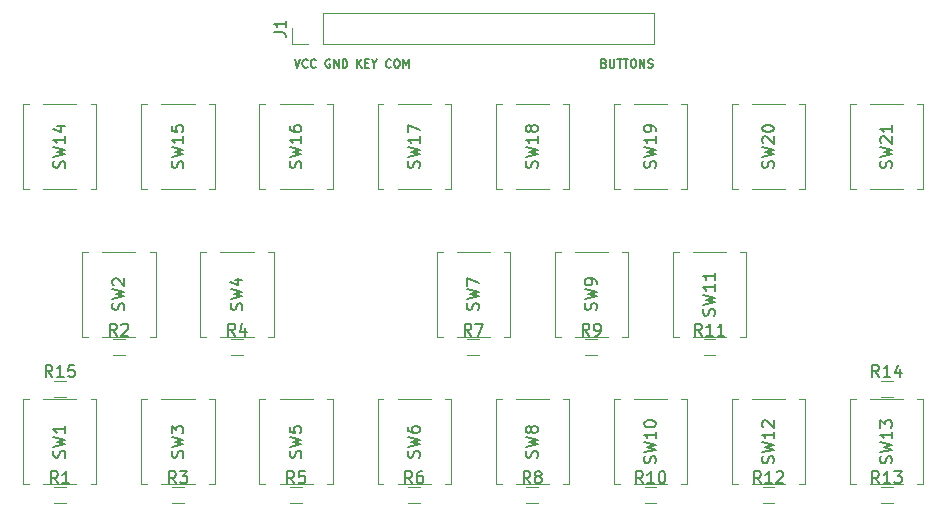
<source format=gbr>
G04 #@! TF.GenerationSoftware,KiCad,Pcbnew,(5.1.5-0-10_14)*
G04 #@! TF.CreationDate,2021-02-06T16:20:19+00:00*
G04 #@! TF.ProjectId,keyboard,6b657962-6f61-4726-942e-6b696361645f,rev?*
G04 #@! TF.SameCoordinates,Original*
G04 #@! TF.FileFunction,Legend,Top*
G04 #@! TF.FilePolarity,Positive*
%FSLAX46Y46*%
G04 Gerber Fmt 4.6, Leading zero omitted, Abs format (unit mm)*
G04 Created by KiCad (PCBNEW (5.1.5-0-10_14)) date 2021-02-06 16:20:19*
%MOMM*%
%LPD*%
G04 APERTURE LIST*
%ADD10C,0.150000*%
%ADD11C,0.120000*%
G04 APERTURE END LIST*
D10*
X163083333Y-84950000D02*
X163183333Y-84983333D01*
X163216666Y-85016666D01*
X163250000Y-85083333D01*
X163250000Y-85183333D01*
X163216666Y-85250000D01*
X163183333Y-85283333D01*
X163116666Y-85316666D01*
X162850000Y-85316666D01*
X162850000Y-84616666D01*
X163083333Y-84616666D01*
X163150000Y-84650000D01*
X163183333Y-84683333D01*
X163216666Y-84750000D01*
X163216666Y-84816666D01*
X163183333Y-84883333D01*
X163150000Y-84916666D01*
X163083333Y-84950000D01*
X162850000Y-84950000D01*
X163550000Y-84616666D02*
X163550000Y-85183333D01*
X163583333Y-85250000D01*
X163616666Y-85283333D01*
X163683333Y-85316666D01*
X163816666Y-85316666D01*
X163883333Y-85283333D01*
X163916666Y-85250000D01*
X163950000Y-85183333D01*
X163950000Y-84616666D01*
X164183333Y-84616666D02*
X164583333Y-84616666D01*
X164383333Y-85316666D02*
X164383333Y-84616666D01*
X164716666Y-84616666D02*
X165116666Y-84616666D01*
X164916666Y-85316666D02*
X164916666Y-84616666D01*
X165483333Y-84616666D02*
X165616666Y-84616666D01*
X165683333Y-84650000D01*
X165750000Y-84716666D01*
X165783333Y-84850000D01*
X165783333Y-85083333D01*
X165750000Y-85216666D01*
X165683333Y-85283333D01*
X165616666Y-85316666D01*
X165483333Y-85316666D01*
X165416666Y-85283333D01*
X165350000Y-85216666D01*
X165316666Y-85083333D01*
X165316666Y-84850000D01*
X165350000Y-84716666D01*
X165416666Y-84650000D01*
X165483333Y-84616666D01*
X166083333Y-85316666D02*
X166083333Y-84616666D01*
X166483333Y-85316666D01*
X166483333Y-84616666D01*
X166783333Y-85283333D02*
X166883333Y-85316666D01*
X167050000Y-85316666D01*
X167116666Y-85283333D01*
X167150000Y-85250000D01*
X167183333Y-85183333D01*
X167183333Y-85116666D01*
X167150000Y-85050000D01*
X167116666Y-85016666D01*
X167050000Y-84983333D01*
X166916666Y-84950000D01*
X166850000Y-84916666D01*
X166816666Y-84883333D01*
X166783333Y-84816666D01*
X166783333Y-84750000D01*
X166816666Y-84683333D01*
X166850000Y-84650000D01*
X166916666Y-84616666D01*
X167083333Y-84616666D01*
X167183333Y-84650000D01*
X136866666Y-84616666D02*
X137100000Y-85316666D01*
X137333333Y-84616666D01*
X137966666Y-85250000D02*
X137933333Y-85283333D01*
X137833333Y-85316666D01*
X137766666Y-85316666D01*
X137666666Y-85283333D01*
X137600000Y-85216666D01*
X137566666Y-85150000D01*
X137533333Y-85016666D01*
X137533333Y-84916666D01*
X137566666Y-84783333D01*
X137600000Y-84716666D01*
X137666666Y-84650000D01*
X137766666Y-84616666D01*
X137833333Y-84616666D01*
X137933333Y-84650000D01*
X137966666Y-84683333D01*
X138666666Y-85250000D02*
X138633333Y-85283333D01*
X138533333Y-85316666D01*
X138466666Y-85316666D01*
X138366666Y-85283333D01*
X138300000Y-85216666D01*
X138266666Y-85150000D01*
X138233333Y-85016666D01*
X138233333Y-84916666D01*
X138266666Y-84783333D01*
X138300000Y-84716666D01*
X138366666Y-84650000D01*
X138466666Y-84616666D01*
X138533333Y-84616666D01*
X138633333Y-84650000D01*
X138666666Y-84683333D01*
X139866666Y-84650000D02*
X139800000Y-84616666D01*
X139700000Y-84616666D01*
X139600000Y-84650000D01*
X139533333Y-84716666D01*
X139500000Y-84783333D01*
X139466666Y-84916666D01*
X139466666Y-85016666D01*
X139500000Y-85150000D01*
X139533333Y-85216666D01*
X139600000Y-85283333D01*
X139700000Y-85316666D01*
X139766666Y-85316666D01*
X139866666Y-85283333D01*
X139900000Y-85250000D01*
X139900000Y-85016666D01*
X139766666Y-85016666D01*
X140200000Y-85316666D02*
X140200000Y-84616666D01*
X140600000Y-85316666D01*
X140600000Y-84616666D01*
X140933333Y-85316666D02*
X140933333Y-84616666D01*
X141100000Y-84616666D01*
X141200000Y-84650000D01*
X141266666Y-84716666D01*
X141300000Y-84783333D01*
X141333333Y-84916666D01*
X141333333Y-85016666D01*
X141300000Y-85150000D01*
X141266666Y-85216666D01*
X141200000Y-85283333D01*
X141100000Y-85316666D01*
X140933333Y-85316666D01*
X142166666Y-85316666D02*
X142166666Y-84616666D01*
X142566666Y-85316666D02*
X142266666Y-84916666D01*
X142566666Y-84616666D02*
X142166666Y-85016666D01*
X142866666Y-84950000D02*
X143100000Y-84950000D01*
X143200000Y-85316666D02*
X142866666Y-85316666D01*
X142866666Y-84616666D01*
X143200000Y-84616666D01*
X143633333Y-84983333D02*
X143633333Y-85316666D01*
X143400000Y-84616666D02*
X143633333Y-84983333D01*
X143866666Y-84616666D01*
X145033333Y-85250000D02*
X145000000Y-85283333D01*
X144900000Y-85316666D01*
X144833333Y-85316666D01*
X144733333Y-85283333D01*
X144666666Y-85216666D01*
X144633333Y-85150000D01*
X144600000Y-85016666D01*
X144600000Y-84916666D01*
X144633333Y-84783333D01*
X144666666Y-84716666D01*
X144733333Y-84650000D01*
X144833333Y-84616666D01*
X144900000Y-84616666D01*
X145000000Y-84650000D01*
X145033333Y-84683333D01*
X145466666Y-84616666D02*
X145600000Y-84616666D01*
X145666666Y-84650000D01*
X145733333Y-84716666D01*
X145766666Y-84850000D01*
X145766666Y-85083333D01*
X145733333Y-85216666D01*
X145666666Y-85283333D01*
X145600000Y-85316666D01*
X145466666Y-85316666D01*
X145400000Y-85283333D01*
X145333333Y-85216666D01*
X145300000Y-85083333D01*
X145300000Y-84850000D01*
X145333333Y-84716666D01*
X145400000Y-84650000D01*
X145466666Y-84616666D01*
X146066666Y-85316666D02*
X146066666Y-84616666D01*
X146300000Y-85116666D01*
X146533333Y-84616666D01*
X146533333Y-85316666D01*
D11*
X136670000Y-83330000D02*
X136670000Y-82000000D01*
X138000000Y-83330000D02*
X136670000Y-83330000D01*
X139270000Y-83330000D02*
X139270000Y-80670000D01*
X139270000Y-80670000D02*
X167270000Y-80670000D01*
X139270000Y-83330000D02*
X167270000Y-83330000D01*
X167270000Y-83330000D02*
X167270000Y-80670000D01*
X188400000Y-113400000D02*
X185600000Y-113400000D01*
X190100000Y-113400000D02*
X189600000Y-113400000D01*
X190100000Y-120600000D02*
X190100000Y-113400000D01*
X189600000Y-120600000D02*
X190100000Y-120600000D01*
X185600000Y-120600000D02*
X188400000Y-120600000D01*
X183900000Y-113400000D02*
X184400000Y-113400000D01*
X183900000Y-120600000D02*
X183900000Y-113400000D01*
X184400000Y-120600000D02*
X183900000Y-120600000D01*
X174400000Y-120600000D02*
X173900000Y-120600000D01*
X173900000Y-120600000D02*
X173900000Y-113400000D01*
X173900000Y-113400000D02*
X174400000Y-113400000D01*
X175600000Y-120600000D02*
X178400000Y-120600000D01*
X179600000Y-120600000D02*
X180100000Y-120600000D01*
X180100000Y-120600000D02*
X180100000Y-113400000D01*
X180100000Y-113400000D02*
X179600000Y-113400000D01*
X178400000Y-113400000D02*
X175600000Y-113400000D01*
X169400000Y-108100000D02*
X168900000Y-108100000D01*
X168900000Y-108100000D02*
X168900000Y-100900000D01*
X168900000Y-100900000D02*
X169400000Y-100900000D01*
X170600000Y-108100000D02*
X173400000Y-108100000D01*
X174600000Y-108100000D02*
X175100000Y-108100000D01*
X175100000Y-108100000D02*
X175100000Y-100900000D01*
X175100000Y-100900000D02*
X174600000Y-100900000D01*
X173400000Y-100900000D02*
X170600000Y-100900000D01*
X168400000Y-113400000D02*
X165600000Y-113400000D01*
X170100000Y-113400000D02*
X169600000Y-113400000D01*
X170100000Y-120600000D02*
X170100000Y-113400000D01*
X169600000Y-120600000D02*
X170100000Y-120600000D01*
X165600000Y-120600000D02*
X168400000Y-120600000D01*
X163900000Y-113400000D02*
X164400000Y-113400000D01*
X163900000Y-120600000D02*
X163900000Y-113400000D01*
X164400000Y-120600000D02*
X163900000Y-120600000D01*
X159400000Y-108100000D02*
X158900000Y-108100000D01*
X158900000Y-108100000D02*
X158900000Y-100900000D01*
X158900000Y-100900000D02*
X159400000Y-100900000D01*
X160600000Y-108100000D02*
X163400000Y-108100000D01*
X164600000Y-108100000D02*
X165100000Y-108100000D01*
X165100000Y-108100000D02*
X165100000Y-100900000D01*
X165100000Y-100900000D02*
X164600000Y-100900000D01*
X163400000Y-100900000D02*
X160600000Y-100900000D01*
X158400000Y-113400000D02*
X155600000Y-113400000D01*
X160100000Y-113400000D02*
X159600000Y-113400000D01*
X160100000Y-120600000D02*
X160100000Y-113400000D01*
X159600000Y-120600000D02*
X160100000Y-120600000D01*
X155600000Y-120600000D02*
X158400000Y-120600000D01*
X153900000Y-113400000D02*
X154400000Y-113400000D01*
X153900000Y-120600000D02*
X153900000Y-113400000D01*
X154400000Y-120600000D02*
X153900000Y-120600000D01*
X149400000Y-108100000D02*
X148900000Y-108100000D01*
X148900000Y-108100000D02*
X148900000Y-100900000D01*
X148900000Y-100900000D02*
X149400000Y-100900000D01*
X150600000Y-108100000D02*
X153400000Y-108100000D01*
X154600000Y-108100000D02*
X155100000Y-108100000D01*
X155100000Y-108100000D02*
X155100000Y-100900000D01*
X155100000Y-100900000D02*
X154600000Y-100900000D01*
X153400000Y-100900000D02*
X150600000Y-100900000D01*
X148400000Y-113400000D02*
X145600000Y-113400000D01*
X150100000Y-113400000D02*
X149600000Y-113400000D01*
X150100000Y-120600000D02*
X150100000Y-113400000D01*
X149600000Y-120600000D02*
X150100000Y-120600000D01*
X145600000Y-120600000D02*
X148400000Y-120600000D01*
X143900000Y-113400000D02*
X144400000Y-113400000D01*
X143900000Y-120600000D02*
X143900000Y-113400000D01*
X144400000Y-120600000D02*
X143900000Y-120600000D01*
X134400000Y-120600000D02*
X133900000Y-120600000D01*
X133900000Y-120600000D02*
X133900000Y-113400000D01*
X133900000Y-113400000D02*
X134400000Y-113400000D01*
X135600000Y-120600000D02*
X138400000Y-120600000D01*
X139600000Y-120600000D02*
X140100000Y-120600000D01*
X140100000Y-120600000D02*
X140100000Y-113400000D01*
X140100000Y-113400000D02*
X139600000Y-113400000D01*
X138400000Y-113400000D02*
X135600000Y-113400000D01*
X133400000Y-100900000D02*
X130600000Y-100900000D01*
X135100000Y-100900000D02*
X134600000Y-100900000D01*
X135100000Y-108100000D02*
X135100000Y-100900000D01*
X134600000Y-108100000D02*
X135100000Y-108100000D01*
X130600000Y-108100000D02*
X133400000Y-108100000D01*
X128900000Y-100900000D02*
X129400000Y-100900000D01*
X128900000Y-108100000D02*
X128900000Y-100900000D01*
X129400000Y-108100000D02*
X128900000Y-108100000D01*
X124400000Y-120600000D02*
X123900000Y-120600000D01*
X123900000Y-120600000D02*
X123900000Y-113400000D01*
X123900000Y-113400000D02*
X124400000Y-113400000D01*
X125600000Y-120600000D02*
X128400000Y-120600000D01*
X129600000Y-120600000D02*
X130100000Y-120600000D01*
X130100000Y-120600000D02*
X130100000Y-113400000D01*
X130100000Y-113400000D02*
X129600000Y-113400000D01*
X128400000Y-113400000D02*
X125600000Y-113400000D01*
X123400000Y-100900000D02*
X120600000Y-100900000D01*
X125100000Y-100900000D02*
X124600000Y-100900000D01*
X125100000Y-108100000D02*
X125100000Y-100900000D01*
X124600000Y-108100000D02*
X125100000Y-108100000D01*
X120600000Y-108100000D02*
X123400000Y-108100000D01*
X118900000Y-100900000D02*
X119400000Y-100900000D01*
X118900000Y-108100000D02*
X118900000Y-100900000D01*
X119400000Y-108100000D02*
X118900000Y-108100000D01*
X114400000Y-120600000D02*
X113900000Y-120600000D01*
X113900000Y-120600000D02*
X113900000Y-113400000D01*
X113900000Y-113400000D02*
X114400000Y-113400000D01*
X115600000Y-120600000D02*
X118400000Y-120600000D01*
X119600000Y-120600000D02*
X120100000Y-120600000D01*
X120100000Y-120600000D02*
X120100000Y-113400000D01*
X120100000Y-113400000D02*
X119600000Y-113400000D01*
X118400000Y-113400000D02*
X115600000Y-113400000D01*
X114400000Y-95600000D02*
X113900000Y-95600000D01*
X113900000Y-95600000D02*
X113900000Y-88400000D01*
X113900000Y-88400000D02*
X114400000Y-88400000D01*
X115600000Y-95600000D02*
X118400000Y-95600000D01*
X119600000Y-95600000D02*
X120100000Y-95600000D01*
X120100000Y-95600000D02*
X120100000Y-88400000D01*
X120100000Y-88400000D02*
X119600000Y-88400000D01*
X118400000Y-88400000D02*
X115600000Y-88400000D01*
X128400000Y-88400000D02*
X125600000Y-88400000D01*
X130100000Y-88400000D02*
X129600000Y-88400000D01*
X130100000Y-95600000D02*
X130100000Y-88400000D01*
X129600000Y-95600000D02*
X130100000Y-95600000D01*
X125600000Y-95600000D02*
X128400000Y-95600000D01*
X123900000Y-88400000D02*
X124400000Y-88400000D01*
X123900000Y-95600000D02*
X123900000Y-88400000D01*
X124400000Y-95600000D02*
X123900000Y-95600000D01*
X134400000Y-95600000D02*
X133900000Y-95600000D01*
X133900000Y-95600000D02*
X133900000Y-88400000D01*
X133900000Y-88400000D02*
X134400000Y-88400000D01*
X135600000Y-95600000D02*
X138400000Y-95600000D01*
X139600000Y-95600000D02*
X140100000Y-95600000D01*
X140100000Y-95600000D02*
X140100000Y-88400000D01*
X140100000Y-88400000D02*
X139600000Y-88400000D01*
X138400000Y-88400000D02*
X135600000Y-88400000D01*
X148400000Y-88400000D02*
X145600000Y-88400000D01*
X150100000Y-88400000D02*
X149600000Y-88400000D01*
X150100000Y-95600000D02*
X150100000Y-88400000D01*
X149600000Y-95600000D02*
X150100000Y-95600000D01*
X145600000Y-95600000D02*
X148400000Y-95600000D01*
X143900000Y-88400000D02*
X144400000Y-88400000D01*
X143900000Y-95600000D02*
X143900000Y-88400000D01*
X144400000Y-95600000D02*
X143900000Y-95600000D01*
X154400000Y-95600000D02*
X153900000Y-95600000D01*
X153900000Y-95600000D02*
X153900000Y-88400000D01*
X153900000Y-88400000D02*
X154400000Y-88400000D01*
X155600000Y-95600000D02*
X158400000Y-95600000D01*
X159600000Y-95600000D02*
X160100000Y-95600000D01*
X160100000Y-95600000D02*
X160100000Y-88400000D01*
X160100000Y-88400000D02*
X159600000Y-88400000D01*
X158400000Y-88400000D02*
X155600000Y-88400000D01*
X168400000Y-88400000D02*
X165600000Y-88400000D01*
X170100000Y-88400000D02*
X169600000Y-88400000D01*
X170100000Y-95600000D02*
X170100000Y-88400000D01*
X169600000Y-95600000D02*
X170100000Y-95600000D01*
X165600000Y-95600000D02*
X168400000Y-95600000D01*
X163900000Y-88400000D02*
X164400000Y-88400000D01*
X163900000Y-95600000D02*
X163900000Y-88400000D01*
X164400000Y-95600000D02*
X163900000Y-95600000D01*
X174400000Y-95600000D02*
X173900000Y-95600000D01*
X173900000Y-95600000D02*
X173900000Y-88400000D01*
X173900000Y-88400000D02*
X174400000Y-88400000D01*
X175600000Y-95600000D02*
X178400000Y-95600000D01*
X179600000Y-95600000D02*
X180100000Y-95600000D01*
X180100000Y-95600000D02*
X180100000Y-88400000D01*
X180100000Y-88400000D02*
X179600000Y-88400000D01*
X178400000Y-88400000D02*
X175600000Y-88400000D01*
X188400000Y-88400000D02*
X185600000Y-88400000D01*
X190100000Y-88400000D02*
X189600000Y-88400000D01*
X190100000Y-95600000D02*
X190100000Y-88400000D01*
X189600000Y-95600000D02*
X190100000Y-95600000D01*
X185600000Y-95600000D02*
X188400000Y-95600000D01*
X183900000Y-88400000D02*
X184400000Y-88400000D01*
X183900000Y-95600000D02*
X183900000Y-88400000D01*
X184400000Y-95600000D02*
X183900000Y-95600000D01*
X116500000Y-120820000D02*
X117500000Y-120820000D01*
X117500000Y-122180000D02*
X116500000Y-122180000D01*
X121500000Y-108320000D02*
X122500000Y-108320000D01*
X122500000Y-109680000D02*
X121500000Y-109680000D01*
X127500000Y-122180000D02*
X126500000Y-122180000D01*
X126500000Y-120820000D02*
X127500000Y-120820000D01*
X131500000Y-108320000D02*
X132500000Y-108320000D01*
X132500000Y-109680000D02*
X131500000Y-109680000D01*
X137500000Y-122180000D02*
X136500000Y-122180000D01*
X136500000Y-120820000D02*
X137500000Y-120820000D01*
X146500000Y-120820000D02*
X147500000Y-120820000D01*
X147500000Y-122180000D02*
X146500000Y-122180000D01*
X152500000Y-109680000D02*
X151500000Y-109680000D01*
X151500000Y-108320000D02*
X152500000Y-108320000D01*
X156500000Y-120820000D02*
X157500000Y-120820000D01*
X157500000Y-122180000D02*
X156500000Y-122180000D01*
X162500000Y-109680000D02*
X161500000Y-109680000D01*
X161500000Y-108320000D02*
X162500000Y-108320000D01*
X166500000Y-120820000D02*
X167500000Y-120820000D01*
X167500000Y-122180000D02*
X166500000Y-122180000D01*
X172500000Y-109680000D02*
X171500000Y-109680000D01*
X171500000Y-108320000D02*
X172500000Y-108320000D01*
X176500000Y-120820000D02*
X177500000Y-120820000D01*
X177500000Y-122180000D02*
X176500000Y-122180000D01*
X187500000Y-122180000D02*
X186500000Y-122180000D01*
X186500000Y-120820000D02*
X187500000Y-120820000D01*
X186500000Y-111820000D02*
X187500000Y-111820000D01*
X187500000Y-113180000D02*
X186500000Y-113180000D01*
X117500000Y-113180000D02*
X116500000Y-113180000D01*
X116500000Y-111820000D02*
X117500000Y-111820000D01*
D10*
X135122380Y-82333333D02*
X135836666Y-82333333D01*
X135979523Y-82380952D01*
X136074761Y-82476190D01*
X136122380Y-82619047D01*
X136122380Y-82714285D01*
X136122380Y-81333333D02*
X136122380Y-81904761D01*
X136122380Y-81619047D02*
X135122380Y-81619047D01*
X135265238Y-81714285D01*
X135360476Y-81809523D01*
X135408095Y-81904761D01*
X187404761Y-118809523D02*
X187452380Y-118666666D01*
X187452380Y-118428571D01*
X187404761Y-118333333D01*
X187357142Y-118285714D01*
X187261904Y-118238095D01*
X187166666Y-118238095D01*
X187071428Y-118285714D01*
X187023809Y-118333333D01*
X186976190Y-118428571D01*
X186928571Y-118619047D01*
X186880952Y-118714285D01*
X186833333Y-118761904D01*
X186738095Y-118809523D01*
X186642857Y-118809523D01*
X186547619Y-118761904D01*
X186500000Y-118714285D01*
X186452380Y-118619047D01*
X186452380Y-118380952D01*
X186500000Y-118238095D01*
X186452380Y-117904761D02*
X187452380Y-117666666D01*
X186738095Y-117476190D01*
X187452380Y-117285714D01*
X186452380Y-117047619D01*
X187452380Y-116142857D02*
X187452380Y-116714285D01*
X187452380Y-116428571D02*
X186452380Y-116428571D01*
X186595238Y-116523809D01*
X186690476Y-116619047D01*
X186738095Y-116714285D01*
X186452380Y-115809523D02*
X186452380Y-115190476D01*
X186833333Y-115523809D01*
X186833333Y-115380952D01*
X186880952Y-115285714D01*
X186928571Y-115238095D01*
X187023809Y-115190476D01*
X187261904Y-115190476D01*
X187357142Y-115238095D01*
X187404761Y-115285714D01*
X187452380Y-115380952D01*
X187452380Y-115666666D01*
X187404761Y-115761904D01*
X187357142Y-115809523D01*
X177404761Y-118809523D02*
X177452380Y-118666666D01*
X177452380Y-118428571D01*
X177404761Y-118333333D01*
X177357142Y-118285714D01*
X177261904Y-118238095D01*
X177166666Y-118238095D01*
X177071428Y-118285714D01*
X177023809Y-118333333D01*
X176976190Y-118428571D01*
X176928571Y-118619047D01*
X176880952Y-118714285D01*
X176833333Y-118761904D01*
X176738095Y-118809523D01*
X176642857Y-118809523D01*
X176547619Y-118761904D01*
X176500000Y-118714285D01*
X176452380Y-118619047D01*
X176452380Y-118380952D01*
X176500000Y-118238095D01*
X176452380Y-117904761D02*
X177452380Y-117666666D01*
X176738095Y-117476190D01*
X177452380Y-117285714D01*
X176452380Y-117047619D01*
X177452380Y-116142857D02*
X177452380Y-116714285D01*
X177452380Y-116428571D02*
X176452380Y-116428571D01*
X176595238Y-116523809D01*
X176690476Y-116619047D01*
X176738095Y-116714285D01*
X176547619Y-115761904D02*
X176500000Y-115714285D01*
X176452380Y-115619047D01*
X176452380Y-115380952D01*
X176500000Y-115285714D01*
X176547619Y-115238095D01*
X176642857Y-115190476D01*
X176738095Y-115190476D01*
X176880952Y-115238095D01*
X177452380Y-115809523D01*
X177452380Y-115190476D01*
X172404761Y-106309523D02*
X172452380Y-106166666D01*
X172452380Y-105928571D01*
X172404761Y-105833333D01*
X172357142Y-105785714D01*
X172261904Y-105738095D01*
X172166666Y-105738095D01*
X172071428Y-105785714D01*
X172023809Y-105833333D01*
X171976190Y-105928571D01*
X171928571Y-106119047D01*
X171880952Y-106214285D01*
X171833333Y-106261904D01*
X171738095Y-106309523D01*
X171642857Y-106309523D01*
X171547619Y-106261904D01*
X171500000Y-106214285D01*
X171452380Y-106119047D01*
X171452380Y-105880952D01*
X171500000Y-105738095D01*
X171452380Y-105404761D02*
X172452380Y-105166666D01*
X171738095Y-104976190D01*
X172452380Y-104785714D01*
X171452380Y-104547619D01*
X172452380Y-103642857D02*
X172452380Y-104214285D01*
X172452380Y-103928571D02*
X171452380Y-103928571D01*
X171595238Y-104023809D01*
X171690476Y-104119047D01*
X171738095Y-104214285D01*
X172452380Y-102690476D02*
X172452380Y-103261904D01*
X172452380Y-102976190D02*
X171452380Y-102976190D01*
X171595238Y-103071428D01*
X171690476Y-103166666D01*
X171738095Y-103261904D01*
X167404761Y-118809523D02*
X167452380Y-118666666D01*
X167452380Y-118428571D01*
X167404761Y-118333333D01*
X167357142Y-118285714D01*
X167261904Y-118238095D01*
X167166666Y-118238095D01*
X167071428Y-118285714D01*
X167023809Y-118333333D01*
X166976190Y-118428571D01*
X166928571Y-118619047D01*
X166880952Y-118714285D01*
X166833333Y-118761904D01*
X166738095Y-118809523D01*
X166642857Y-118809523D01*
X166547619Y-118761904D01*
X166500000Y-118714285D01*
X166452380Y-118619047D01*
X166452380Y-118380952D01*
X166500000Y-118238095D01*
X166452380Y-117904761D02*
X167452380Y-117666666D01*
X166738095Y-117476190D01*
X167452380Y-117285714D01*
X166452380Y-117047619D01*
X167452380Y-116142857D02*
X167452380Y-116714285D01*
X167452380Y-116428571D02*
X166452380Y-116428571D01*
X166595238Y-116523809D01*
X166690476Y-116619047D01*
X166738095Y-116714285D01*
X166452380Y-115523809D02*
X166452380Y-115428571D01*
X166500000Y-115333333D01*
X166547619Y-115285714D01*
X166642857Y-115238095D01*
X166833333Y-115190476D01*
X167071428Y-115190476D01*
X167261904Y-115238095D01*
X167357142Y-115285714D01*
X167404761Y-115333333D01*
X167452380Y-115428571D01*
X167452380Y-115523809D01*
X167404761Y-115619047D01*
X167357142Y-115666666D01*
X167261904Y-115714285D01*
X167071428Y-115761904D01*
X166833333Y-115761904D01*
X166642857Y-115714285D01*
X166547619Y-115666666D01*
X166500000Y-115619047D01*
X166452380Y-115523809D01*
X162404761Y-105833333D02*
X162452380Y-105690476D01*
X162452380Y-105452380D01*
X162404761Y-105357142D01*
X162357142Y-105309523D01*
X162261904Y-105261904D01*
X162166666Y-105261904D01*
X162071428Y-105309523D01*
X162023809Y-105357142D01*
X161976190Y-105452380D01*
X161928571Y-105642857D01*
X161880952Y-105738095D01*
X161833333Y-105785714D01*
X161738095Y-105833333D01*
X161642857Y-105833333D01*
X161547619Y-105785714D01*
X161500000Y-105738095D01*
X161452380Y-105642857D01*
X161452380Y-105404761D01*
X161500000Y-105261904D01*
X161452380Y-104928571D02*
X162452380Y-104690476D01*
X161738095Y-104500000D01*
X162452380Y-104309523D01*
X161452380Y-104071428D01*
X162452380Y-103642857D02*
X162452380Y-103452380D01*
X162404761Y-103357142D01*
X162357142Y-103309523D01*
X162214285Y-103214285D01*
X162023809Y-103166666D01*
X161642857Y-103166666D01*
X161547619Y-103214285D01*
X161500000Y-103261904D01*
X161452380Y-103357142D01*
X161452380Y-103547619D01*
X161500000Y-103642857D01*
X161547619Y-103690476D01*
X161642857Y-103738095D01*
X161880952Y-103738095D01*
X161976190Y-103690476D01*
X162023809Y-103642857D01*
X162071428Y-103547619D01*
X162071428Y-103357142D01*
X162023809Y-103261904D01*
X161976190Y-103214285D01*
X161880952Y-103166666D01*
X157404761Y-118333333D02*
X157452380Y-118190476D01*
X157452380Y-117952380D01*
X157404761Y-117857142D01*
X157357142Y-117809523D01*
X157261904Y-117761904D01*
X157166666Y-117761904D01*
X157071428Y-117809523D01*
X157023809Y-117857142D01*
X156976190Y-117952380D01*
X156928571Y-118142857D01*
X156880952Y-118238095D01*
X156833333Y-118285714D01*
X156738095Y-118333333D01*
X156642857Y-118333333D01*
X156547619Y-118285714D01*
X156500000Y-118238095D01*
X156452380Y-118142857D01*
X156452380Y-117904761D01*
X156500000Y-117761904D01*
X156452380Y-117428571D02*
X157452380Y-117190476D01*
X156738095Y-117000000D01*
X157452380Y-116809523D01*
X156452380Y-116571428D01*
X156880952Y-116047619D02*
X156833333Y-116142857D01*
X156785714Y-116190476D01*
X156690476Y-116238095D01*
X156642857Y-116238095D01*
X156547619Y-116190476D01*
X156500000Y-116142857D01*
X156452380Y-116047619D01*
X156452380Y-115857142D01*
X156500000Y-115761904D01*
X156547619Y-115714285D01*
X156642857Y-115666666D01*
X156690476Y-115666666D01*
X156785714Y-115714285D01*
X156833333Y-115761904D01*
X156880952Y-115857142D01*
X156880952Y-116047619D01*
X156928571Y-116142857D01*
X156976190Y-116190476D01*
X157071428Y-116238095D01*
X157261904Y-116238095D01*
X157357142Y-116190476D01*
X157404761Y-116142857D01*
X157452380Y-116047619D01*
X157452380Y-115857142D01*
X157404761Y-115761904D01*
X157357142Y-115714285D01*
X157261904Y-115666666D01*
X157071428Y-115666666D01*
X156976190Y-115714285D01*
X156928571Y-115761904D01*
X156880952Y-115857142D01*
X152404761Y-105833333D02*
X152452380Y-105690476D01*
X152452380Y-105452380D01*
X152404761Y-105357142D01*
X152357142Y-105309523D01*
X152261904Y-105261904D01*
X152166666Y-105261904D01*
X152071428Y-105309523D01*
X152023809Y-105357142D01*
X151976190Y-105452380D01*
X151928571Y-105642857D01*
X151880952Y-105738095D01*
X151833333Y-105785714D01*
X151738095Y-105833333D01*
X151642857Y-105833333D01*
X151547619Y-105785714D01*
X151500000Y-105738095D01*
X151452380Y-105642857D01*
X151452380Y-105404761D01*
X151500000Y-105261904D01*
X151452380Y-104928571D02*
X152452380Y-104690476D01*
X151738095Y-104500000D01*
X152452380Y-104309523D01*
X151452380Y-104071428D01*
X151452380Y-103785714D02*
X151452380Y-103119047D01*
X152452380Y-103547619D01*
X147404761Y-118333333D02*
X147452380Y-118190476D01*
X147452380Y-117952380D01*
X147404761Y-117857142D01*
X147357142Y-117809523D01*
X147261904Y-117761904D01*
X147166666Y-117761904D01*
X147071428Y-117809523D01*
X147023809Y-117857142D01*
X146976190Y-117952380D01*
X146928571Y-118142857D01*
X146880952Y-118238095D01*
X146833333Y-118285714D01*
X146738095Y-118333333D01*
X146642857Y-118333333D01*
X146547619Y-118285714D01*
X146500000Y-118238095D01*
X146452380Y-118142857D01*
X146452380Y-117904761D01*
X146500000Y-117761904D01*
X146452380Y-117428571D02*
X147452380Y-117190476D01*
X146738095Y-117000000D01*
X147452380Y-116809523D01*
X146452380Y-116571428D01*
X146452380Y-115761904D02*
X146452380Y-115952380D01*
X146500000Y-116047619D01*
X146547619Y-116095238D01*
X146690476Y-116190476D01*
X146880952Y-116238095D01*
X147261904Y-116238095D01*
X147357142Y-116190476D01*
X147404761Y-116142857D01*
X147452380Y-116047619D01*
X147452380Y-115857142D01*
X147404761Y-115761904D01*
X147357142Y-115714285D01*
X147261904Y-115666666D01*
X147023809Y-115666666D01*
X146928571Y-115714285D01*
X146880952Y-115761904D01*
X146833333Y-115857142D01*
X146833333Y-116047619D01*
X146880952Y-116142857D01*
X146928571Y-116190476D01*
X147023809Y-116238095D01*
X137404761Y-118333333D02*
X137452380Y-118190476D01*
X137452380Y-117952380D01*
X137404761Y-117857142D01*
X137357142Y-117809523D01*
X137261904Y-117761904D01*
X137166666Y-117761904D01*
X137071428Y-117809523D01*
X137023809Y-117857142D01*
X136976190Y-117952380D01*
X136928571Y-118142857D01*
X136880952Y-118238095D01*
X136833333Y-118285714D01*
X136738095Y-118333333D01*
X136642857Y-118333333D01*
X136547619Y-118285714D01*
X136500000Y-118238095D01*
X136452380Y-118142857D01*
X136452380Y-117904761D01*
X136500000Y-117761904D01*
X136452380Y-117428571D02*
X137452380Y-117190476D01*
X136738095Y-117000000D01*
X137452380Y-116809523D01*
X136452380Y-116571428D01*
X136452380Y-115714285D02*
X136452380Y-116190476D01*
X136928571Y-116238095D01*
X136880952Y-116190476D01*
X136833333Y-116095238D01*
X136833333Y-115857142D01*
X136880952Y-115761904D01*
X136928571Y-115714285D01*
X137023809Y-115666666D01*
X137261904Y-115666666D01*
X137357142Y-115714285D01*
X137404761Y-115761904D01*
X137452380Y-115857142D01*
X137452380Y-116095238D01*
X137404761Y-116190476D01*
X137357142Y-116238095D01*
X132404761Y-105833333D02*
X132452380Y-105690476D01*
X132452380Y-105452380D01*
X132404761Y-105357142D01*
X132357142Y-105309523D01*
X132261904Y-105261904D01*
X132166666Y-105261904D01*
X132071428Y-105309523D01*
X132023809Y-105357142D01*
X131976190Y-105452380D01*
X131928571Y-105642857D01*
X131880952Y-105738095D01*
X131833333Y-105785714D01*
X131738095Y-105833333D01*
X131642857Y-105833333D01*
X131547619Y-105785714D01*
X131500000Y-105738095D01*
X131452380Y-105642857D01*
X131452380Y-105404761D01*
X131500000Y-105261904D01*
X131452380Y-104928571D02*
X132452380Y-104690476D01*
X131738095Y-104500000D01*
X132452380Y-104309523D01*
X131452380Y-104071428D01*
X131785714Y-103261904D02*
X132452380Y-103261904D01*
X131404761Y-103500000D02*
X132119047Y-103738095D01*
X132119047Y-103119047D01*
X127404761Y-118333333D02*
X127452380Y-118190476D01*
X127452380Y-117952380D01*
X127404761Y-117857142D01*
X127357142Y-117809523D01*
X127261904Y-117761904D01*
X127166666Y-117761904D01*
X127071428Y-117809523D01*
X127023809Y-117857142D01*
X126976190Y-117952380D01*
X126928571Y-118142857D01*
X126880952Y-118238095D01*
X126833333Y-118285714D01*
X126738095Y-118333333D01*
X126642857Y-118333333D01*
X126547619Y-118285714D01*
X126500000Y-118238095D01*
X126452380Y-118142857D01*
X126452380Y-117904761D01*
X126500000Y-117761904D01*
X126452380Y-117428571D02*
X127452380Y-117190476D01*
X126738095Y-117000000D01*
X127452380Y-116809523D01*
X126452380Y-116571428D01*
X126452380Y-116285714D02*
X126452380Y-115666666D01*
X126833333Y-116000000D01*
X126833333Y-115857142D01*
X126880952Y-115761904D01*
X126928571Y-115714285D01*
X127023809Y-115666666D01*
X127261904Y-115666666D01*
X127357142Y-115714285D01*
X127404761Y-115761904D01*
X127452380Y-115857142D01*
X127452380Y-116142857D01*
X127404761Y-116238095D01*
X127357142Y-116285714D01*
X122404761Y-105833333D02*
X122452380Y-105690476D01*
X122452380Y-105452380D01*
X122404761Y-105357142D01*
X122357142Y-105309523D01*
X122261904Y-105261904D01*
X122166666Y-105261904D01*
X122071428Y-105309523D01*
X122023809Y-105357142D01*
X121976190Y-105452380D01*
X121928571Y-105642857D01*
X121880952Y-105738095D01*
X121833333Y-105785714D01*
X121738095Y-105833333D01*
X121642857Y-105833333D01*
X121547619Y-105785714D01*
X121500000Y-105738095D01*
X121452380Y-105642857D01*
X121452380Y-105404761D01*
X121500000Y-105261904D01*
X121452380Y-104928571D02*
X122452380Y-104690476D01*
X121738095Y-104500000D01*
X122452380Y-104309523D01*
X121452380Y-104071428D01*
X121547619Y-103738095D02*
X121500000Y-103690476D01*
X121452380Y-103595238D01*
X121452380Y-103357142D01*
X121500000Y-103261904D01*
X121547619Y-103214285D01*
X121642857Y-103166666D01*
X121738095Y-103166666D01*
X121880952Y-103214285D01*
X122452380Y-103785714D01*
X122452380Y-103166666D01*
X117404761Y-118333333D02*
X117452380Y-118190476D01*
X117452380Y-117952380D01*
X117404761Y-117857142D01*
X117357142Y-117809523D01*
X117261904Y-117761904D01*
X117166666Y-117761904D01*
X117071428Y-117809523D01*
X117023809Y-117857142D01*
X116976190Y-117952380D01*
X116928571Y-118142857D01*
X116880952Y-118238095D01*
X116833333Y-118285714D01*
X116738095Y-118333333D01*
X116642857Y-118333333D01*
X116547619Y-118285714D01*
X116500000Y-118238095D01*
X116452380Y-118142857D01*
X116452380Y-117904761D01*
X116500000Y-117761904D01*
X116452380Y-117428571D02*
X117452380Y-117190476D01*
X116738095Y-117000000D01*
X117452380Y-116809523D01*
X116452380Y-116571428D01*
X117452380Y-115666666D02*
X117452380Y-116238095D01*
X117452380Y-115952380D02*
X116452380Y-115952380D01*
X116595238Y-116047619D01*
X116690476Y-116142857D01*
X116738095Y-116238095D01*
X117404761Y-93809523D02*
X117452380Y-93666666D01*
X117452380Y-93428571D01*
X117404761Y-93333333D01*
X117357142Y-93285714D01*
X117261904Y-93238095D01*
X117166666Y-93238095D01*
X117071428Y-93285714D01*
X117023809Y-93333333D01*
X116976190Y-93428571D01*
X116928571Y-93619047D01*
X116880952Y-93714285D01*
X116833333Y-93761904D01*
X116738095Y-93809523D01*
X116642857Y-93809523D01*
X116547619Y-93761904D01*
X116500000Y-93714285D01*
X116452380Y-93619047D01*
X116452380Y-93380952D01*
X116500000Y-93238095D01*
X116452380Y-92904761D02*
X117452380Y-92666666D01*
X116738095Y-92476190D01*
X117452380Y-92285714D01*
X116452380Y-92047619D01*
X117452380Y-91142857D02*
X117452380Y-91714285D01*
X117452380Y-91428571D02*
X116452380Y-91428571D01*
X116595238Y-91523809D01*
X116690476Y-91619047D01*
X116738095Y-91714285D01*
X116785714Y-90285714D02*
X117452380Y-90285714D01*
X116404761Y-90523809D02*
X117119047Y-90761904D01*
X117119047Y-90142857D01*
X127404761Y-93809523D02*
X127452380Y-93666666D01*
X127452380Y-93428571D01*
X127404761Y-93333333D01*
X127357142Y-93285714D01*
X127261904Y-93238095D01*
X127166666Y-93238095D01*
X127071428Y-93285714D01*
X127023809Y-93333333D01*
X126976190Y-93428571D01*
X126928571Y-93619047D01*
X126880952Y-93714285D01*
X126833333Y-93761904D01*
X126738095Y-93809523D01*
X126642857Y-93809523D01*
X126547619Y-93761904D01*
X126500000Y-93714285D01*
X126452380Y-93619047D01*
X126452380Y-93380952D01*
X126500000Y-93238095D01*
X126452380Y-92904761D02*
X127452380Y-92666666D01*
X126738095Y-92476190D01*
X127452380Y-92285714D01*
X126452380Y-92047619D01*
X127452380Y-91142857D02*
X127452380Y-91714285D01*
X127452380Y-91428571D02*
X126452380Y-91428571D01*
X126595238Y-91523809D01*
X126690476Y-91619047D01*
X126738095Y-91714285D01*
X126452380Y-90238095D02*
X126452380Y-90714285D01*
X126928571Y-90761904D01*
X126880952Y-90714285D01*
X126833333Y-90619047D01*
X126833333Y-90380952D01*
X126880952Y-90285714D01*
X126928571Y-90238095D01*
X127023809Y-90190476D01*
X127261904Y-90190476D01*
X127357142Y-90238095D01*
X127404761Y-90285714D01*
X127452380Y-90380952D01*
X127452380Y-90619047D01*
X127404761Y-90714285D01*
X127357142Y-90761904D01*
X137404761Y-93809523D02*
X137452380Y-93666666D01*
X137452380Y-93428571D01*
X137404761Y-93333333D01*
X137357142Y-93285714D01*
X137261904Y-93238095D01*
X137166666Y-93238095D01*
X137071428Y-93285714D01*
X137023809Y-93333333D01*
X136976190Y-93428571D01*
X136928571Y-93619047D01*
X136880952Y-93714285D01*
X136833333Y-93761904D01*
X136738095Y-93809523D01*
X136642857Y-93809523D01*
X136547619Y-93761904D01*
X136500000Y-93714285D01*
X136452380Y-93619047D01*
X136452380Y-93380952D01*
X136500000Y-93238095D01*
X136452380Y-92904761D02*
X137452380Y-92666666D01*
X136738095Y-92476190D01*
X137452380Y-92285714D01*
X136452380Y-92047619D01*
X137452380Y-91142857D02*
X137452380Y-91714285D01*
X137452380Y-91428571D02*
X136452380Y-91428571D01*
X136595238Y-91523809D01*
X136690476Y-91619047D01*
X136738095Y-91714285D01*
X136452380Y-90285714D02*
X136452380Y-90476190D01*
X136500000Y-90571428D01*
X136547619Y-90619047D01*
X136690476Y-90714285D01*
X136880952Y-90761904D01*
X137261904Y-90761904D01*
X137357142Y-90714285D01*
X137404761Y-90666666D01*
X137452380Y-90571428D01*
X137452380Y-90380952D01*
X137404761Y-90285714D01*
X137357142Y-90238095D01*
X137261904Y-90190476D01*
X137023809Y-90190476D01*
X136928571Y-90238095D01*
X136880952Y-90285714D01*
X136833333Y-90380952D01*
X136833333Y-90571428D01*
X136880952Y-90666666D01*
X136928571Y-90714285D01*
X137023809Y-90761904D01*
X147404761Y-93809523D02*
X147452380Y-93666666D01*
X147452380Y-93428571D01*
X147404761Y-93333333D01*
X147357142Y-93285714D01*
X147261904Y-93238095D01*
X147166666Y-93238095D01*
X147071428Y-93285714D01*
X147023809Y-93333333D01*
X146976190Y-93428571D01*
X146928571Y-93619047D01*
X146880952Y-93714285D01*
X146833333Y-93761904D01*
X146738095Y-93809523D01*
X146642857Y-93809523D01*
X146547619Y-93761904D01*
X146500000Y-93714285D01*
X146452380Y-93619047D01*
X146452380Y-93380952D01*
X146500000Y-93238095D01*
X146452380Y-92904761D02*
X147452380Y-92666666D01*
X146738095Y-92476190D01*
X147452380Y-92285714D01*
X146452380Y-92047619D01*
X147452380Y-91142857D02*
X147452380Y-91714285D01*
X147452380Y-91428571D02*
X146452380Y-91428571D01*
X146595238Y-91523809D01*
X146690476Y-91619047D01*
X146738095Y-91714285D01*
X146452380Y-90809523D02*
X146452380Y-90142857D01*
X147452380Y-90571428D01*
X157404761Y-93809523D02*
X157452380Y-93666666D01*
X157452380Y-93428571D01*
X157404761Y-93333333D01*
X157357142Y-93285714D01*
X157261904Y-93238095D01*
X157166666Y-93238095D01*
X157071428Y-93285714D01*
X157023809Y-93333333D01*
X156976190Y-93428571D01*
X156928571Y-93619047D01*
X156880952Y-93714285D01*
X156833333Y-93761904D01*
X156738095Y-93809523D01*
X156642857Y-93809523D01*
X156547619Y-93761904D01*
X156500000Y-93714285D01*
X156452380Y-93619047D01*
X156452380Y-93380952D01*
X156500000Y-93238095D01*
X156452380Y-92904761D02*
X157452380Y-92666666D01*
X156738095Y-92476190D01*
X157452380Y-92285714D01*
X156452380Y-92047619D01*
X157452380Y-91142857D02*
X157452380Y-91714285D01*
X157452380Y-91428571D02*
X156452380Y-91428571D01*
X156595238Y-91523809D01*
X156690476Y-91619047D01*
X156738095Y-91714285D01*
X156880952Y-90571428D02*
X156833333Y-90666666D01*
X156785714Y-90714285D01*
X156690476Y-90761904D01*
X156642857Y-90761904D01*
X156547619Y-90714285D01*
X156500000Y-90666666D01*
X156452380Y-90571428D01*
X156452380Y-90380952D01*
X156500000Y-90285714D01*
X156547619Y-90238095D01*
X156642857Y-90190476D01*
X156690476Y-90190476D01*
X156785714Y-90238095D01*
X156833333Y-90285714D01*
X156880952Y-90380952D01*
X156880952Y-90571428D01*
X156928571Y-90666666D01*
X156976190Y-90714285D01*
X157071428Y-90761904D01*
X157261904Y-90761904D01*
X157357142Y-90714285D01*
X157404761Y-90666666D01*
X157452380Y-90571428D01*
X157452380Y-90380952D01*
X157404761Y-90285714D01*
X157357142Y-90238095D01*
X157261904Y-90190476D01*
X157071428Y-90190476D01*
X156976190Y-90238095D01*
X156928571Y-90285714D01*
X156880952Y-90380952D01*
X167404761Y-93809523D02*
X167452380Y-93666666D01*
X167452380Y-93428571D01*
X167404761Y-93333333D01*
X167357142Y-93285714D01*
X167261904Y-93238095D01*
X167166666Y-93238095D01*
X167071428Y-93285714D01*
X167023809Y-93333333D01*
X166976190Y-93428571D01*
X166928571Y-93619047D01*
X166880952Y-93714285D01*
X166833333Y-93761904D01*
X166738095Y-93809523D01*
X166642857Y-93809523D01*
X166547619Y-93761904D01*
X166500000Y-93714285D01*
X166452380Y-93619047D01*
X166452380Y-93380952D01*
X166500000Y-93238095D01*
X166452380Y-92904761D02*
X167452380Y-92666666D01*
X166738095Y-92476190D01*
X167452380Y-92285714D01*
X166452380Y-92047619D01*
X167452380Y-91142857D02*
X167452380Y-91714285D01*
X167452380Y-91428571D02*
X166452380Y-91428571D01*
X166595238Y-91523809D01*
X166690476Y-91619047D01*
X166738095Y-91714285D01*
X167452380Y-90666666D02*
X167452380Y-90476190D01*
X167404761Y-90380952D01*
X167357142Y-90333333D01*
X167214285Y-90238095D01*
X167023809Y-90190476D01*
X166642857Y-90190476D01*
X166547619Y-90238095D01*
X166500000Y-90285714D01*
X166452380Y-90380952D01*
X166452380Y-90571428D01*
X166500000Y-90666666D01*
X166547619Y-90714285D01*
X166642857Y-90761904D01*
X166880952Y-90761904D01*
X166976190Y-90714285D01*
X167023809Y-90666666D01*
X167071428Y-90571428D01*
X167071428Y-90380952D01*
X167023809Y-90285714D01*
X166976190Y-90238095D01*
X166880952Y-90190476D01*
X177404761Y-93809523D02*
X177452380Y-93666666D01*
X177452380Y-93428571D01*
X177404761Y-93333333D01*
X177357142Y-93285714D01*
X177261904Y-93238095D01*
X177166666Y-93238095D01*
X177071428Y-93285714D01*
X177023809Y-93333333D01*
X176976190Y-93428571D01*
X176928571Y-93619047D01*
X176880952Y-93714285D01*
X176833333Y-93761904D01*
X176738095Y-93809523D01*
X176642857Y-93809523D01*
X176547619Y-93761904D01*
X176500000Y-93714285D01*
X176452380Y-93619047D01*
X176452380Y-93380952D01*
X176500000Y-93238095D01*
X176452380Y-92904761D02*
X177452380Y-92666666D01*
X176738095Y-92476190D01*
X177452380Y-92285714D01*
X176452380Y-92047619D01*
X176547619Y-91714285D02*
X176500000Y-91666666D01*
X176452380Y-91571428D01*
X176452380Y-91333333D01*
X176500000Y-91238095D01*
X176547619Y-91190476D01*
X176642857Y-91142857D01*
X176738095Y-91142857D01*
X176880952Y-91190476D01*
X177452380Y-91761904D01*
X177452380Y-91142857D01*
X176452380Y-90523809D02*
X176452380Y-90428571D01*
X176500000Y-90333333D01*
X176547619Y-90285714D01*
X176642857Y-90238095D01*
X176833333Y-90190476D01*
X177071428Y-90190476D01*
X177261904Y-90238095D01*
X177357142Y-90285714D01*
X177404761Y-90333333D01*
X177452380Y-90428571D01*
X177452380Y-90523809D01*
X177404761Y-90619047D01*
X177357142Y-90666666D01*
X177261904Y-90714285D01*
X177071428Y-90761904D01*
X176833333Y-90761904D01*
X176642857Y-90714285D01*
X176547619Y-90666666D01*
X176500000Y-90619047D01*
X176452380Y-90523809D01*
X187404761Y-93809523D02*
X187452380Y-93666666D01*
X187452380Y-93428571D01*
X187404761Y-93333333D01*
X187357142Y-93285714D01*
X187261904Y-93238095D01*
X187166666Y-93238095D01*
X187071428Y-93285714D01*
X187023809Y-93333333D01*
X186976190Y-93428571D01*
X186928571Y-93619047D01*
X186880952Y-93714285D01*
X186833333Y-93761904D01*
X186738095Y-93809523D01*
X186642857Y-93809523D01*
X186547619Y-93761904D01*
X186500000Y-93714285D01*
X186452380Y-93619047D01*
X186452380Y-93380952D01*
X186500000Y-93238095D01*
X186452380Y-92904761D02*
X187452380Y-92666666D01*
X186738095Y-92476190D01*
X187452380Y-92285714D01*
X186452380Y-92047619D01*
X186547619Y-91714285D02*
X186500000Y-91666666D01*
X186452380Y-91571428D01*
X186452380Y-91333333D01*
X186500000Y-91238095D01*
X186547619Y-91190476D01*
X186642857Y-91142857D01*
X186738095Y-91142857D01*
X186880952Y-91190476D01*
X187452380Y-91761904D01*
X187452380Y-91142857D01*
X187452380Y-90190476D02*
X187452380Y-90761904D01*
X187452380Y-90476190D02*
X186452380Y-90476190D01*
X186595238Y-90571428D01*
X186690476Y-90666666D01*
X186738095Y-90761904D01*
X116833333Y-120502380D02*
X116500000Y-120026190D01*
X116261904Y-120502380D02*
X116261904Y-119502380D01*
X116642857Y-119502380D01*
X116738095Y-119550000D01*
X116785714Y-119597619D01*
X116833333Y-119692857D01*
X116833333Y-119835714D01*
X116785714Y-119930952D01*
X116738095Y-119978571D01*
X116642857Y-120026190D01*
X116261904Y-120026190D01*
X117785714Y-120502380D02*
X117214285Y-120502380D01*
X117500000Y-120502380D02*
X117500000Y-119502380D01*
X117404761Y-119645238D01*
X117309523Y-119740476D01*
X117214285Y-119788095D01*
X121833333Y-108002380D02*
X121500000Y-107526190D01*
X121261904Y-108002380D02*
X121261904Y-107002380D01*
X121642857Y-107002380D01*
X121738095Y-107050000D01*
X121785714Y-107097619D01*
X121833333Y-107192857D01*
X121833333Y-107335714D01*
X121785714Y-107430952D01*
X121738095Y-107478571D01*
X121642857Y-107526190D01*
X121261904Y-107526190D01*
X122214285Y-107097619D02*
X122261904Y-107050000D01*
X122357142Y-107002380D01*
X122595238Y-107002380D01*
X122690476Y-107050000D01*
X122738095Y-107097619D01*
X122785714Y-107192857D01*
X122785714Y-107288095D01*
X122738095Y-107430952D01*
X122166666Y-108002380D01*
X122785714Y-108002380D01*
X126833333Y-120502380D02*
X126500000Y-120026190D01*
X126261904Y-120502380D02*
X126261904Y-119502380D01*
X126642857Y-119502380D01*
X126738095Y-119550000D01*
X126785714Y-119597619D01*
X126833333Y-119692857D01*
X126833333Y-119835714D01*
X126785714Y-119930952D01*
X126738095Y-119978571D01*
X126642857Y-120026190D01*
X126261904Y-120026190D01*
X127166666Y-119502380D02*
X127785714Y-119502380D01*
X127452380Y-119883333D01*
X127595238Y-119883333D01*
X127690476Y-119930952D01*
X127738095Y-119978571D01*
X127785714Y-120073809D01*
X127785714Y-120311904D01*
X127738095Y-120407142D01*
X127690476Y-120454761D01*
X127595238Y-120502380D01*
X127309523Y-120502380D01*
X127214285Y-120454761D01*
X127166666Y-120407142D01*
X131833333Y-108002380D02*
X131500000Y-107526190D01*
X131261904Y-108002380D02*
X131261904Y-107002380D01*
X131642857Y-107002380D01*
X131738095Y-107050000D01*
X131785714Y-107097619D01*
X131833333Y-107192857D01*
X131833333Y-107335714D01*
X131785714Y-107430952D01*
X131738095Y-107478571D01*
X131642857Y-107526190D01*
X131261904Y-107526190D01*
X132690476Y-107335714D02*
X132690476Y-108002380D01*
X132452380Y-106954761D02*
X132214285Y-107669047D01*
X132833333Y-107669047D01*
X136833333Y-120502380D02*
X136500000Y-120026190D01*
X136261904Y-120502380D02*
X136261904Y-119502380D01*
X136642857Y-119502380D01*
X136738095Y-119550000D01*
X136785714Y-119597619D01*
X136833333Y-119692857D01*
X136833333Y-119835714D01*
X136785714Y-119930952D01*
X136738095Y-119978571D01*
X136642857Y-120026190D01*
X136261904Y-120026190D01*
X137738095Y-119502380D02*
X137261904Y-119502380D01*
X137214285Y-119978571D01*
X137261904Y-119930952D01*
X137357142Y-119883333D01*
X137595238Y-119883333D01*
X137690476Y-119930952D01*
X137738095Y-119978571D01*
X137785714Y-120073809D01*
X137785714Y-120311904D01*
X137738095Y-120407142D01*
X137690476Y-120454761D01*
X137595238Y-120502380D01*
X137357142Y-120502380D01*
X137261904Y-120454761D01*
X137214285Y-120407142D01*
X146833333Y-120502380D02*
X146500000Y-120026190D01*
X146261904Y-120502380D02*
X146261904Y-119502380D01*
X146642857Y-119502380D01*
X146738095Y-119550000D01*
X146785714Y-119597619D01*
X146833333Y-119692857D01*
X146833333Y-119835714D01*
X146785714Y-119930952D01*
X146738095Y-119978571D01*
X146642857Y-120026190D01*
X146261904Y-120026190D01*
X147690476Y-119502380D02*
X147500000Y-119502380D01*
X147404761Y-119550000D01*
X147357142Y-119597619D01*
X147261904Y-119740476D01*
X147214285Y-119930952D01*
X147214285Y-120311904D01*
X147261904Y-120407142D01*
X147309523Y-120454761D01*
X147404761Y-120502380D01*
X147595238Y-120502380D01*
X147690476Y-120454761D01*
X147738095Y-120407142D01*
X147785714Y-120311904D01*
X147785714Y-120073809D01*
X147738095Y-119978571D01*
X147690476Y-119930952D01*
X147595238Y-119883333D01*
X147404761Y-119883333D01*
X147309523Y-119930952D01*
X147261904Y-119978571D01*
X147214285Y-120073809D01*
X151833333Y-108002380D02*
X151500000Y-107526190D01*
X151261904Y-108002380D02*
X151261904Y-107002380D01*
X151642857Y-107002380D01*
X151738095Y-107050000D01*
X151785714Y-107097619D01*
X151833333Y-107192857D01*
X151833333Y-107335714D01*
X151785714Y-107430952D01*
X151738095Y-107478571D01*
X151642857Y-107526190D01*
X151261904Y-107526190D01*
X152166666Y-107002380D02*
X152833333Y-107002380D01*
X152404761Y-108002380D01*
X156833333Y-120502380D02*
X156500000Y-120026190D01*
X156261904Y-120502380D02*
X156261904Y-119502380D01*
X156642857Y-119502380D01*
X156738095Y-119550000D01*
X156785714Y-119597619D01*
X156833333Y-119692857D01*
X156833333Y-119835714D01*
X156785714Y-119930952D01*
X156738095Y-119978571D01*
X156642857Y-120026190D01*
X156261904Y-120026190D01*
X157404761Y-119930952D02*
X157309523Y-119883333D01*
X157261904Y-119835714D01*
X157214285Y-119740476D01*
X157214285Y-119692857D01*
X157261904Y-119597619D01*
X157309523Y-119550000D01*
X157404761Y-119502380D01*
X157595238Y-119502380D01*
X157690476Y-119550000D01*
X157738095Y-119597619D01*
X157785714Y-119692857D01*
X157785714Y-119740476D01*
X157738095Y-119835714D01*
X157690476Y-119883333D01*
X157595238Y-119930952D01*
X157404761Y-119930952D01*
X157309523Y-119978571D01*
X157261904Y-120026190D01*
X157214285Y-120121428D01*
X157214285Y-120311904D01*
X157261904Y-120407142D01*
X157309523Y-120454761D01*
X157404761Y-120502380D01*
X157595238Y-120502380D01*
X157690476Y-120454761D01*
X157738095Y-120407142D01*
X157785714Y-120311904D01*
X157785714Y-120121428D01*
X157738095Y-120026190D01*
X157690476Y-119978571D01*
X157595238Y-119930952D01*
X161833333Y-108002380D02*
X161500000Y-107526190D01*
X161261904Y-108002380D02*
X161261904Y-107002380D01*
X161642857Y-107002380D01*
X161738095Y-107050000D01*
X161785714Y-107097619D01*
X161833333Y-107192857D01*
X161833333Y-107335714D01*
X161785714Y-107430952D01*
X161738095Y-107478571D01*
X161642857Y-107526190D01*
X161261904Y-107526190D01*
X162309523Y-108002380D02*
X162500000Y-108002380D01*
X162595238Y-107954761D01*
X162642857Y-107907142D01*
X162738095Y-107764285D01*
X162785714Y-107573809D01*
X162785714Y-107192857D01*
X162738095Y-107097619D01*
X162690476Y-107050000D01*
X162595238Y-107002380D01*
X162404761Y-107002380D01*
X162309523Y-107050000D01*
X162261904Y-107097619D01*
X162214285Y-107192857D01*
X162214285Y-107430952D01*
X162261904Y-107526190D01*
X162309523Y-107573809D01*
X162404761Y-107621428D01*
X162595238Y-107621428D01*
X162690476Y-107573809D01*
X162738095Y-107526190D01*
X162785714Y-107430952D01*
X166357142Y-120502380D02*
X166023809Y-120026190D01*
X165785714Y-120502380D02*
X165785714Y-119502380D01*
X166166666Y-119502380D01*
X166261904Y-119550000D01*
X166309523Y-119597619D01*
X166357142Y-119692857D01*
X166357142Y-119835714D01*
X166309523Y-119930952D01*
X166261904Y-119978571D01*
X166166666Y-120026190D01*
X165785714Y-120026190D01*
X167309523Y-120502380D02*
X166738095Y-120502380D01*
X167023809Y-120502380D02*
X167023809Y-119502380D01*
X166928571Y-119645238D01*
X166833333Y-119740476D01*
X166738095Y-119788095D01*
X167928571Y-119502380D02*
X168023809Y-119502380D01*
X168119047Y-119550000D01*
X168166666Y-119597619D01*
X168214285Y-119692857D01*
X168261904Y-119883333D01*
X168261904Y-120121428D01*
X168214285Y-120311904D01*
X168166666Y-120407142D01*
X168119047Y-120454761D01*
X168023809Y-120502380D01*
X167928571Y-120502380D01*
X167833333Y-120454761D01*
X167785714Y-120407142D01*
X167738095Y-120311904D01*
X167690476Y-120121428D01*
X167690476Y-119883333D01*
X167738095Y-119692857D01*
X167785714Y-119597619D01*
X167833333Y-119550000D01*
X167928571Y-119502380D01*
X171357142Y-108002380D02*
X171023809Y-107526190D01*
X170785714Y-108002380D02*
X170785714Y-107002380D01*
X171166666Y-107002380D01*
X171261904Y-107050000D01*
X171309523Y-107097619D01*
X171357142Y-107192857D01*
X171357142Y-107335714D01*
X171309523Y-107430952D01*
X171261904Y-107478571D01*
X171166666Y-107526190D01*
X170785714Y-107526190D01*
X172309523Y-108002380D02*
X171738095Y-108002380D01*
X172023809Y-108002380D02*
X172023809Y-107002380D01*
X171928571Y-107145238D01*
X171833333Y-107240476D01*
X171738095Y-107288095D01*
X173261904Y-108002380D02*
X172690476Y-108002380D01*
X172976190Y-108002380D02*
X172976190Y-107002380D01*
X172880952Y-107145238D01*
X172785714Y-107240476D01*
X172690476Y-107288095D01*
X176357142Y-120502380D02*
X176023809Y-120026190D01*
X175785714Y-120502380D02*
X175785714Y-119502380D01*
X176166666Y-119502380D01*
X176261904Y-119550000D01*
X176309523Y-119597619D01*
X176357142Y-119692857D01*
X176357142Y-119835714D01*
X176309523Y-119930952D01*
X176261904Y-119978571D01*
X176166666Y-120026190D01*
X175785714Y-120026190D01*
X177309523Y-120502380D02*
X176738095Y-120502380D01*
X177023809Y-120502380D02*
X177023809Y-119502380D01*
X176928571Y-119645238D01*
X176833333Y-119740476D01*
X176738095Y-119788095D01*
X177690476Y-119597619D02*
X177738095Y-119550000D01*
X177833333Y-119502380D01*
X178071428Y-119502380D01*
X178166666Y-119550000D01*
X178214285Y-119597619D01*
X178261904Y-119692857D01*
X178261904Y-119788095D01*
X178214285Y-119930952D01*
X177642857Y-120502380D01*
X178261904Y-120502380D01*
X186357142Y-120502380D02*
X186023809Y-120026190D01*
X185785714Y-120502380D02*
X185785714Y-119502380D01*
X186166666Y-119502380D01*
X186261904Y-119550000D01*
X186309523Y-119597619D01*
X186357142Y-119692857D01*
X186357142Y-119835714D01*
X186309523Y-119930952D01*
X186261904Y-119978571D01*
X186166666Y-120026190D01*
X185785714Y-120026190D01*
X187309523Y-120502380D02*
X186738095Y-120502380D01*
X187023809Y-120502380D02*
X187023809Y-119502380D01*
X186928571Y-119645238D01*
X186833333Y-119740476D01*
X186738095Y-119788095D01*
X187642857Y-119502380D02*
X188261904Y-119502380D01*
X187928571Y-119883333D01*
X188071428Y-119883333D01*
X188166666Y-119930952D01*
X188214285Y-119978571D01*
X188261904Y-120073809D01*
X188261904Y-120311904D01*
X188214285Y-120407142D01*
X188166666Y-120454761D01*
X188071428Y-120502380D01*
X187785714Y-120502380D01*
X187690476Y-120454761D01*
X187642857Y-120407142D01*
X186357142Y-111502380D02*
X186023809Y-111026190D01*
X185785714Y-111502380D02*
X185785714Y-110502380D01*
X186166666Y-110502380D01*
X186261904Y-110550000D01*
X186309523Y-110597619D01*
X186357142Y-110692857D01*
X186357142Y-110835714D01*
X186309523Y-110930952D01*
X186261904Y-110978571D01*
X186166666Y-111026190D01*
X185785714Y-111026190D01*
X187309523Y-111502380D02*
X186738095Y-111502380D01*
X187023809Y-111502380D02*
X187023809Y-110502380D01*
X186928571Y-110645238D01*
X186833333Y-110740476D01*
X186738095Y-110788095D01*
X188166666Y-110835714D02*
X188166666Y-111502380D01*
X187928571Y-110454761D02*
X187690476Y-111169047D01*
X188309523Y-111169047D01*
X116357142Y-111502380D02*
X116023809Y-111026190D01*
X115785714Y-111502380D02*
X115785714Y-110502380D01*
X116166666Y-110502380D01*
X116261904Y-110550000D01*
X116309523Y-110597619D01*
X116357142Y-110692857D01*
X116357142Y-110835714D01*
X116309523Y-110930952D01*
X116261904Y-110978571D01*
X116166666Y-111026190D01*
X115785714Y-111026190D01*
X117309523Y-111502380D02*
X116738095Y-111502380D01*
X117023809Y-111502380D02*
X117023809Y-110502380D01*
X116928571Y-110645238D01*
X116833333Y-110740476D01*
X116738095Y-110788095D01*
X118214285Y-110502380D02*
X117738095Y-110502380D01*
X117690476Y-110978571D01*
X117738095Y-110930952D01*
X117833333Y-110883333D01*
X118071428Y-110883333D01*
X118166666Y-110930952D01*
X118214285Y-110978571D01*
X118261904Y-111073809D01*
X118261904Y-111311904D01*
X118214285Y-111407142D01*
X118166666Y-111454761D01*
X118071428Y-111502380D01*
X117833333Y-111502380D01*
X117738095Y-111454761D01*
X117690476Y-111407142D01*
M02*

</source>
